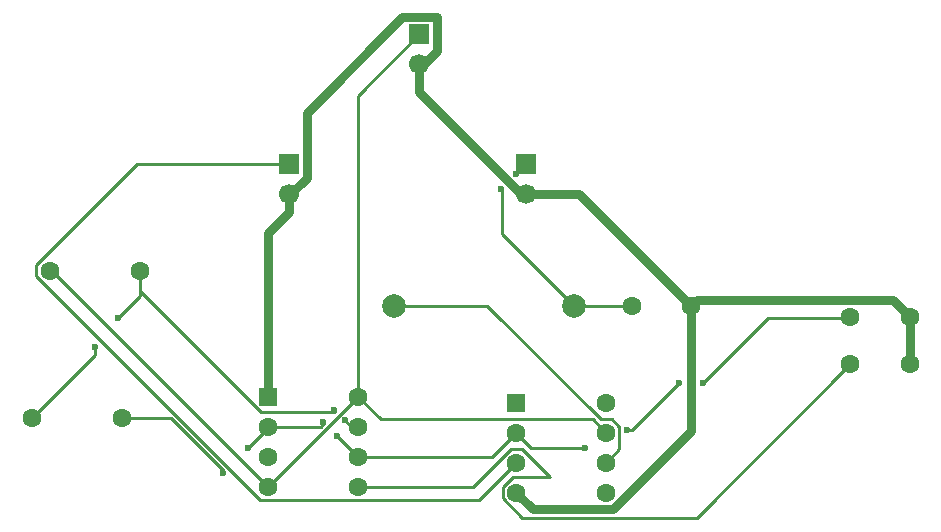
<source format=gbr>
%TF.GenerationSoftware,KiCad,Pcbnew,9.0.3-9.0.3-0~ubuntu24.04.1*%
%TF.CreationDate,2025-12-18T18:23:40+05:30*%
%TF.ProjectId,Class_D_Amp_Discrete,436c6173-735f-4445-9f41-6d705f446973,rev?*%
%TF.SameCoordinates,Original*%
%TF.FileFunction,Copper,L1,Top*%
%TF.FilePolarity,Positive*%
%FSLAX46Y46*%
G04 Gerber Fmt 4.6, Leading zero omitted, Abs format (unit mm)*
G04 Created by KiCad (PCBNEW 9.0.3-9.0.3-0~ubuntu24.04.1) date 2025-12-18 18:23:40*
%MOMM*%
%LPD*%
G01*
G04 APERTURE LIST*
G04 Aperture macros list*
%AMRoundRect*
0 Rectangle with rounded corners*
0 $1 Rounding radius*
0 $2 $3 $4 $5 $6 $7 $8 $9 X,Y pos of 4 corners*
0 Add a 4 corners polygon primitive as box body*
4,1,4,$2,$3,$4,$5,$6,$7,$8,$9,$2,$3,0*
0 Add four circle primitives for the rounded corners*
1,1,$1+$1,$2,$3*
1,1,$1+$1,$4,$5*
1,1,$1+$1,$6,$7*
1,1,$1+$1,$8,$9*
0 Add four rect primitives between the rounded corners*
20,1,$1+$1,$2,$3,$4,$5,0*
20,1,$1+$1,$4,$5,$6,$7,0*
20,1,$1+$1,$6,$7,$8,$9,0*
20,1,$1+$1,$8,$9,$2,$3,0*%
G04 Aperture macros list end*
%TA.AperFunction,ComponentPad*%
%ADD10C,1.600000*%
%TD*%
%TA.AperFunction,ComponentPad*%
%ADD11RoundRect,0.250000X-0.550000X-0.550000X0.550000X-0.550000X0.550000X0.550000X-0.550000X0.550000X0*%
%TD*%
%TA.AperFunction,ComponentPad*%
%ADD12C,1.700000*%
%TD*%
%TA.AperFunction,ComponentPad*%
%ADD13R,1.700000X1.700000*%
%TD*%
%TA.AperFunction,ComponentPad*%
%ADD14C,2.000000*%
%TD*%
%TA.AperFunction,ViaPad*%
%ADD15C,0.600000*%
%TD*%
%TA.AperFunction,Conductor*%
%ADD16C,0.250000*%
%TD*%
%TA.AperFunction,Conductor*%
%ADD17C,0.800000*%
%TD*%
G04 APERTURE END LIST*
D10*
%TO.P,R2,1*%
%TO.N,Net-(U1-DIS)*%
X131690000Y-99500000D03*
%TO.P,R2,2*%
%TO.N,Net-(U1-THR)*%
X139310000Y-99500000D03*
%TD*%
%TO.P,R1,1*%
%TO.N,VDC*%
X133190000Y-87000000D03*
%TO.P,R1,2*%
%TO.N,Net-(U1-DIS)*%
X140810000Y-87000000D03*
%TD*%
D11*
%TO.P,U1,1,GND*%
%TO.N,GND*%
X151695000Y-97690000D03*
D10*
%TO.P,U1,2,TR*%
%TO.N,Net-(U1-THR)*%
X151695000Y-100230000D03*
%TO.P,U1,3,Q*%
%TO.N,unconnected-(U1-Q-Pad3)*%
X151695000Y-102770000D03*
%TO.P,U1,4,R*%
%TO.N,VDC*%
X151695000Y-105310000D03*
%TO.P,U1,5,CV*%
%TO.N,Net-(U1-CV)*%
X159315000Y-105310000D03*
%TO.P,U1,6,THR*%
%TO.N,Net-(U1-THR)*%
X159315000Y-102770000D03*
%TO.P,U1,7,DIS*%
%TO.N,Net-(U1-DIS)*%
X159315000Y-100230000D03*
%TO.P,U1,8,VCC*%
%TO.N,VDC*%
X159315000Y-97690000D03*
%TD*%
%TO.P,U2,8,NC*%
%TO.N,unconnected-(U2-NC-Pad8)*%
X180315000Y-98190000D03*
%TO.P,U2,7,V+*%
%TO.N,VDC*%
X180315000Y-100730000D03*
%TO.P,U2,6*%
%TO.N,Net-(L1-Pad1)*%
X180315000Y-103270000D03*
%TO.P,U2,5,NULL*%
%TO.N,unconnected-(U2-NULL-Pad5)*%
X180315000Y-105810000D03*
%TO.P,U2,4,V-*%
%TO.N,GND*%
X172695000Y-105810000D03*
%TO.P,U2,3,+*%
%TO.N,Net-(J2-Pin_1)*%
X172695000Y-103270000D03*
%TO.P,U2,2,-*%
%TO.N,Net-(U1-THR)*%
X172695000Y-100730000D03*
D11*
%TO.P,U2,1,NULL*%
%TO.N,unconnected-(U2-NULL-Pad1)*%
X172695000Y-98190000D03*
%TD*%
D10*
%TO.P,C2,1*%
%TO.N,Net-(U1-CV)*%
X201000000Y-94950000D03*
%TO.P,C2,2*%
%TO.N,GND*%
X206000000Y-94950000D03*
%TD*%
D12*
%TO.P,J3,2,Pin_2*%
%TO.N,GND*%
X173500000Y-80540000D03*
D13*
%TO.P,J3,1,Pin_1*%
%TO.N,Net-(J3-Pin_1)*%
X173500000Y-78000000D03*
%TD*%
D12*
%TO.P,J2,2,Pin_2*%
%TO.N,GND*%
X153500000Y-80540000D03*
D13*
%TO.P,J2,1,Pin_1*%
%TO.N,Net-(J2-Pin_1)*%
X153500000Y-78000000D03*
%TD*%
D12*
%TO.P,J1,2,Pin_2*%
%TO.N,GND*%
X164500000Y-69540000D03*
D13*
%TO.P,J1,1,Pin_1*%
%TO.N,VDC*%
X164500000Y-67000000D03*
%TD*%
D14*
%TO.P,L1,2,2*%
%TO.N,Net-(J3-Pin_1)*%
X177615000Y-90000000D03*
%TO.P,L1,1,1*%
%TO.N,Net-(L1-Pad1)*%
X162375000Y-90000000D03*
%TD*%
D10*
%TO.P,C3,2*%
%TO.N,GND*%
X187500000Y-90000000D03*
%TO.P,C3,1*%
%TO.N,Net-(J3-Pin_1)*%
X182500000Y-90000000D03*
%TD*%
%TO.P,C1,2*%
%TO.N,GND*%
X206000000Y-90900000D03*
%TO.P,C1,1*%
%TO.N,Net-(U1-THR)*%
X201000000Y-90900000D03*
%TD*%
D15*
%TO.N,Net-(J3-Pin_1)*%
X172685397Y-78814603D03*
X171412603Y-80087397D03*
%TO.N,Net-(U1-DIS)*%
X158194442Y-99694442D03*
X157310558Y-98810558D03*
%TO.N,Net-(U1-THR)*%
X182066000Y-100482301D03*
X188500000Y-96500000D03*
X178500000Y-102000000D03*
X186500000Y-96500000D03*
X156333058Y-99788058D03*
X157513347Y-101013347D03*
X150000000Y-102000000D03*
X147856855Y-104143144D03*
%TO.N,Net-(U1-DIS)*%
X137000000Y-93500000D03*
X139000000Y-91000000D03*
%TD*%
D16*
%TO.N,Net-(J3-Pin_1)*%
X173500000Y-78000000D02*
X172685397Y-78814603D01*
%TO.N,Net-(U1-DIS)*%
X159315000Y-100230000D02*
X158730000Y-100230000D01*
X158730000Y-100230000D02*
X158194442Y-99694442D01*
%TO.N,Net-(U1-THR)*%
X178500000Y-102000000D02*
X173965000Y-102000000D01*
X173965000Y-102000000D02*
X172695000Y-100730000D01*
X201000000Y-90900000D02*
X201400000Y-90900000D01*
X201500000Y-91000000D02*
X194000000Y-91000000D01*
X182517699Y-100482301D02*
X182066000Y-100482301D01*
X194000000Y-91000000D02*
X188500000Y-96500000D01*
X201400000Y-90900000D02*
X201500000Y-91000000D01*
X186500000Y-96500000D02*
X182517699Y-100482301D01*
X159315000Y-102770000D02*
X157558347Y-101013347D01*
X157558347Y-101013347D02*
X157513347Y-101013347D01*
X151695000Y-100230000D02*
X151695000Y-100305000D01*
X151695000Y-100305000D02*
X150000000Y-102000000D01*
%TO.N,Net-(U1-DIS)*%
X139000000Y-91000000D02*
X140810000Y-89190000D01*
X140810000Y-89190000D02*
X140810000Y-87000000D01*
X131690000Y-99500000D02*
X137000000Y-94190000D01*
X137000000Y-94190000D02*
X137000000Y-93500000D01*
%TO.N,Net-(J3-Pin_1)*%
X182500000Y-90000000D02*
X177615000Y-90000000D01*
%TO.N,Net-(L1-Pad1)*%
X180315000Y-103270000D02*
X181441000Y-102144000D01*
X179848595Y-99604000D02*
X170244595Y-90000000D01*
X181441000Y-102144000D02*
X181441000Y-100263595D01*
X181441000Y-100263595D02*
X180781405Y-99604000D01*
X170244595Y-90000000D02*
X162375000Y-90000000D01*
X180781405Y-99604000D02*
X179848595Y-99604000D01*
%TO.N,Net-(U1-CV)*%
X159315000Y-105310000D02*
X169062595Y-105310000D01*
X173161405Y-102144000D02*
X175517405Y-104500000D01*
X169062595Y-105310000D02*
X172228595Y-102144000D01*
X173229595Y-107937000D02*
X188013000Y-107937000D01*
X172228595Y-102144000D02*
X173161405Y-102144000D01*
X175517405Y-104500000D02*
X172412595Y-104500000D01*
X171569000Y-106276405D02*
X173229595Y-107937000D01*
X172412595Y-104500000D02*
X171569000Y-105343595D01*
X188013000Y-107937000D02*
X201000000Y-94950000D01*
X171569000Y-105343595D02*
X171569000Y-106276405D01*
D17*
%TO.N,GND*%
X206000000Y-94950000D02*
X206000000Y-90900000D01*
X206000000Y-90900000D02*
X204599000Y-89499000D01*
X204599000Y-89499000D02*
X188001000Y-89499000D01*
X188001000Y-89499000D02*
X187500000Y-90000000D01*
D16*
%TO.N,Net-(U1-THR)*%
X201000000Y-90900000D02*
X201000000Y-91000000D01*
X159315000Y-102770000D02*
X170655000Y-102770000D01*
X170655000Y-102770000D02*
X172695000Y-100730000D01*
X151695000Y-100230000D02*
X156137190Y-100230000D01*
X156137190Y-100230000D02*
X156456095Y-99911095D01*
X139310000Y-99500000D02*
X143459785Y-99500000D01*
X143459785Y-99500000D02*
X147942393Y-103982608D01*
%TO.N,Net-(U1-DIS)*%
X140810000Y-87000000D02*
X140810000Y-88726514D01*
X140810000Y-88726514D02*
X151083486Y-99000000D01*
X151083486Y-99000000D02*
X157367190Y-99000000D01*
%TO.N,VDC*%
X133190000Y-87000000D02*
X133000000Y-87000000D01*
%TO.N,Net-(J2-Pin_1)*%
X153500000Y-78000000D02*
X140597595Y-78000000D01*
X140597595Y-78000000D02*
X132064000Y-86533595D01*
X151033595Y-106436000D02*
X169529000Y-106436000D01*
X132064000Y-86533595D02*
X132064000Y-87466405D01*
X169529000Y-106436000D02*
X172695000Y-103270000D01*
X132064000Y-87466405D02*
X151033595Y-106436000D01*
%TO.N,VDC*%
X151695000Y-105310000D02*
X133385000Y-87000000D01*
X133385000Y-87000000D02*
X133190000Y-87000000D01*
X159315000Y-97690000D02*
X151695000Y-105310000D01*
X164500000Y-67000000D02*
X159315000Y-72185000D01*
X159315000Y-72185000D02*
X159315000Y-97690000D01*
D17*
%TO.N,GND*%
X153500000Y-80540000D02*
X153500000Y-82000000D01*
X151695000Y-83805000D02*
X151695000Y-97690000D01*
X153500000Y-82000000D02*
X151695000Y-83805000D01*
X164500000Y-69540000D02*
X164862000Y-69540000D01*
X165951000Y-65549000D02*
X163049000Y-65549000D01*
X164862000Y-69540000D02*
X165951000Y-68451000D01*
X165951000Y-68451000D02*
X165951000Y-65549000D01*
X163049000Y-65549000D02*
X154951000Y-73647000D01*
X154951000Y-73647000D02*
X154951000Y-79129000D01*
X154951000Y-79129000D02*
X153540000Y-80540000D01*
X153540000Y-80540000D02*
X153500000Y-80540000D01*
X187500000Y-90000000D02*
X187500000Y-100606314D01*
X187500000Y-100606314D02*
X180895314Y-107211000D01*
X180895314Y-107211000D02*
X174096000Y-107211000D01*
X174096000Y-107211000D02*
X172695000Y-105810000D01*
X173500000Y-80540000D02*
X178040000Y-80540000D01*
X178040000Y-80540000D02*
X187500000Y-90000000D01*
X164500000Y-69540000D02*
X164500000Y-71902000D01*
X164500000Y-71902000D02*
X173138000Y-80540000D01*
X173138000Y-80540000D02*
X173500000Y-80540000D01*
D16*
%TO.N,VDC*%
X159315000Y-97690000D02*
X161229000Y-99604000D01*
X161229000Y-99604000D02*
X179189000Y-99604000D01*
X179189000Y-99604000D02*
X180315000Y-100730000D01*
%TO.N,Net-(J3-Pin_1)*%
X171535640Y-83920640D02*
X171535640Y-79964360D01*
X177615000Y-90000000D02*
X171535640Y-83920640D01*
%TD*%
M02*

</source>
